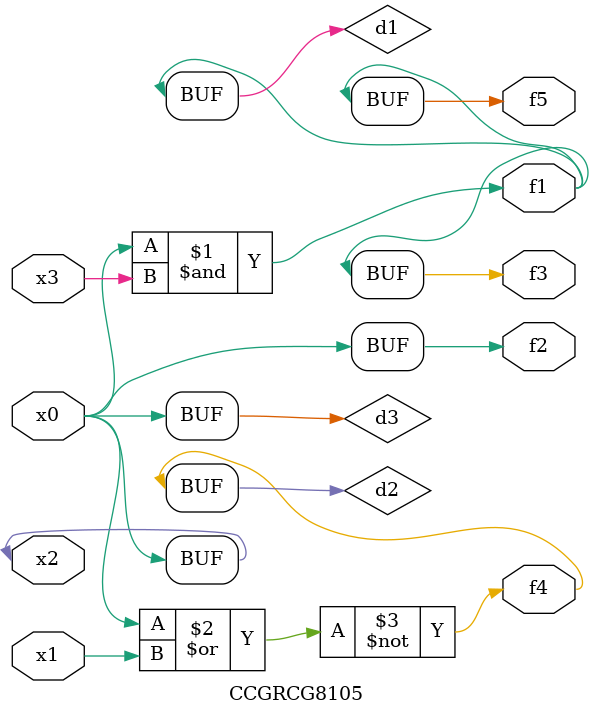
<source format=v>
module CCGRCG8105(
	input x0, x1, x2, x3,
	output f1, f2, f3, f4, f5
);

	wire d1, d2, d3;

	and (d1, x2, x3);
	nor (d2, x0, x1);
	buf (d3, x0, x2);
	assign f1 = d1;
	assign f2 = d3;
	assign f3 = d1;
	assign f4 = d2;
	assign f5 = d1;
endmodule

</source>
